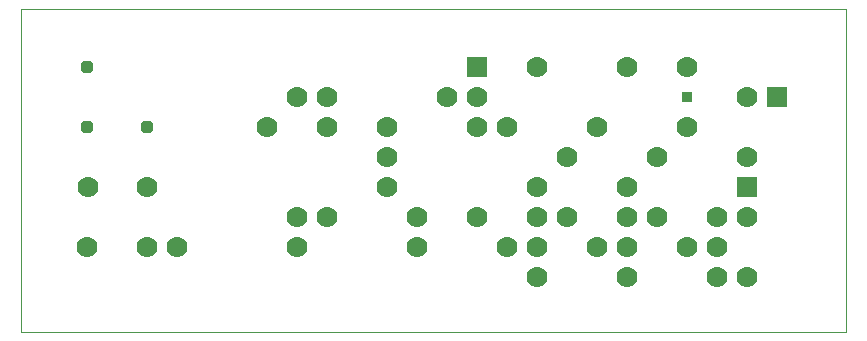
<source format=gtl>
G75*
%MOIN*%
%OFA0B0*%
%FSLAX25Y25*%
%IPPOS*%
%LPD*%
%AMOC8*
5,1,8,0,0,1.08239X$1,22.5*
%
%ADD10C,0.00472*%
%ADD11R,0.07000X0.07000*%
%ADD12C,0.07000*%
%ADD13R,0.03543X0.03543*%
%ADD14OC8,0.04331*%
D10*
X0001236Y0001236D02*
X0001236Y0109110D01*
X0276051Y0109110D01*
X0276051Y0001236D01*
X0001236Y0001236D01*
D11*
X0153240Y0089673D03*
X0243240Y0049673D03*
X0253240Y0079673D03*
D12*
X0243240Y0079673D03*
X0223240Y0069673D03*
X0213240Y0059673D03*
X0203240Y0049673D03*
X0183240Y0059673D03*
X0173240Y0049673D03*
X0173240Y0039673D03*
X0183240Y0039673D03*
X0203240Y0039673D03*
X0213240Y0039673D03*
X0233240Y0039673D03*
X0243240Y0039673D03*
X0233240Y0029673D03*
X0223240Y0029673D03*
X0203240Y0029673D03*
X0193240Y0029673D03*
X0173240Y0029673D03*
X0163240Y0029673D03*
X0173240Y0019673D03*
X0203240Y0019673D03*
X0233240Y0019673D03*
X0243240Y0019673D03*
X0153240Y0039673D03*
X0133240Y0039673D03*
X0133240Y0029673D03*
X0103240Y0039673D03*
X0093240Y0039673D03*
X0093240Y0029673D03*
X0053240Y0029673D03*
X0043240Y0029673D03*
X0023240Y0029673D03*
X0023398Y0049673D03*
X0043083Y0049673D03*
X0083240Y0069673D03*
X0103240Y0069673D03*
X0123240Y0069673D03*
X0123240Y0059673D03*
X0123240Y0049673D03*
X0153240Y0069673D03*
X0163240Y0069673D03*
X0153240Y0079673D03*
X0143240Y0079673D03*
X0173240Y0089673D03*
X0203240Y0089673D03*
X0223240Y0089673D03*
X0193240Y0069673D03*
X0243240Y0059673D03*
X0103240Y0079673D03*
X0093240Y0079673D03*
D13*
X0223240Y0079673D03*
D14*
X0043240Y0069673D03*
X0023240Y0069673D03*
X0023240Y0089673D03*
M02*

</source>
